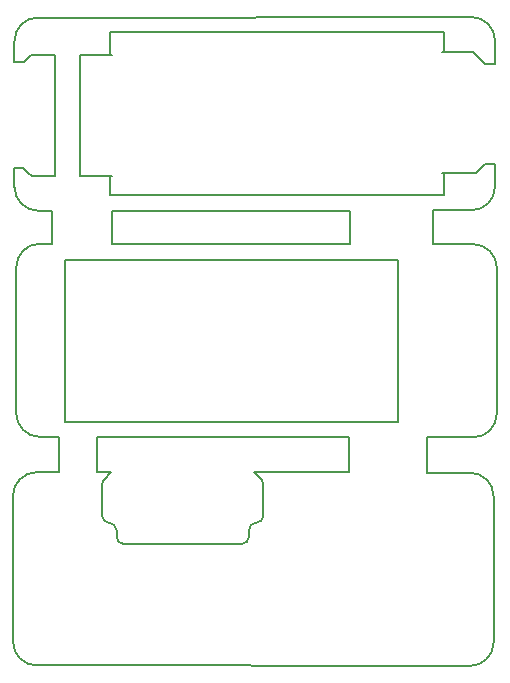
<source format=gko>
G04 Layer: BoardOutlineLayer*
G04 EasyEDA Pro v2.2.20.11, 2024-05-07 19:23:25*
G04 Gerber Generator version 0.3*
G04 Scale: 100 percent, Rotated: No, Reflected: No*
G04 Dimensions in millimeters*
G04 Leading zeros omitted, absolute positions, 3 integers and 5 decimals*
%FSLAX35Y35*%
%MOMM*%
%ADD10C,0.15001*%
G75*


G04 PolygonModel Start*
G54D10*
G01X-2117512Y-588375D02*
G03X-1917509Y-788377I200000J-3D01*
G01X-2099539Y-425963D02*
G01X-2117573Y-425963D01*
G01X-2117573Y-588266D01*
G01X-2099539Y-425963D02*
G01X-2040966Y-425963D01*
G01X-2001741Y-465187D01*
G01X-2099559Y474056D02*
G01X-2117512Y474056D01*
G01X-2001741Y-465187D02*
G01X-1971629Y-495300D01*
G01X-1981200Y533400D02*
G01X-1771276Y533400D01*
G01X-1771276Y-495300D01*
G01X-1971629Y-495300D01*
G01X1751559Y-784626D02*
G03X1951561Y-584624I3J200000D01*
G01X1951563Y651340D02*
G03X1751561Y851342I-200000J3D01*
G01X1868082Y-389288D02*
G01X1951525Y-389288D01*
G01X1868082Y457500D02*
G01X1951525Y457500D01*
G01X1951439Y651361D02*
G01X1951439Y503296D01*
G01X1951525Y-389288D02*
G01X1951525Y-584626D01*
G01X1951525Y503215D02*
G01X1951525Y457500D01*
G01X-1921634Y847560D02*
G01X1750842Y851502D01*
G01X-1292451Y533400D02*
G01X-1562100Y533400D01*
G01X-1562100Y-495300D01*
G01X-1292438Y-495300D01*
G01X-2117512Y647584D02*
G01X-2117512Y474056D01*
G01X-1917509Y847586D02*
G03X-2117512Y647584I-3J-200000D01*
G01X-2099559Y474056D02*
G01X-2040544Y474056D01*
G01X-1981200Y533400D01*
G01X-1902741Y-2703518D02*
G02X-2102744Y-2503516I-3J200000D01*
G01X-2102619Y-1415593D02*
G01X-2102619Y-2503518D01*
G01X-2102619Y-1267529D02*
G01X-2102619Y-1415593D01*
G01X-2102744Y-1267549D02*
G02X-1902741Y-1067547I200000J3D01*
G01X1766329Y-1071304D02*
G02X1966331Y-1271306I3J-200000D01*
G01X1966331Y-2507265D02*
G02X1766329Y-2707267I-200000J-3D01*
G01X1966331Y-1271306D02*
G01X1966331Y-1444834D01*
G01X1966331Y-1444834D02*
G01X1966331Y-2344852D01*
G01X1966392Y-2344852D02*
G01X1966392Y-2507156D01*
G01X1751561Y-784626D02*
G01X1422400Y-784626D01*
G01X1422400Y-1071304D01*
G01X1766329Y-1071304D01*
G01X1502560Y558153D02*
G01X1767430Y558153D01*
G01X1868082Y457500D01*
G01X1502560Y-467876D02*
G01X1789494Y-467876D01*
G01X1868082Y-389288D01*
G01X-1308100Y-653120D02*
G01X1516170Y-653120D01*
G01X1516170Y723900D02*
G01X-1308100Y723900D01*
G01X-1308100Y723900D02*
G01X-1308100Y533400D01*
G01X-1308100Y-653120D02*
G01X-1308100Y-495300D01*
G01X1516170Y723900D02*
G01X1516170Y558153D01*
G01X1516170Y-653120D02*
G01X1516170Y-467876D01*
G01X1939740Y-4441632D02*
G02X1739737Y-4641634I-200000J-3D01*
G01X1739737Y-3005671D02*
G02X1939740Y-3205673I3J-200000D01*
G01X1939740Y-3379201D02*
G01X1939740Y-4279219D01*
G01X1939740Y-3205673D02*
G01X1939740Y-3379201D01*
G01X1939801Y-4279219D02*
G01X1939801Y-4441523D01*
G01X-1197534Y-3607400D02*
G01X-188307Y-3607400D01*
G03X-134021Y-3553114I0J54287D01*
G01X-134021Y-3498581D01*
G01X1735839Y-4641677D02*
G01X-1933191Y-4637870D01*
G01X-1929333Y-4637885D02*
G02X-2129335Y-4437883I-3J200000D01*
G01X-2129211Y-3349960D02*
G01X-2129211Y-4437885D01*
G01X-1197534Y-3607400D02*
G02X-1251820Y-3553114I0J54287D01*
G01X-1251820Y-3498581D01*
G01X-1251820Y-3498581D02*
G03X-1323179Y-3427222I-71359J0D01*
G02X-1373979Y-3376422I0J50800D01*
G01X-1373979Y-3236722D01*
G01X-2129211Y-3201896D02*
G01X-2129211Y-3349960D01*
G01X-1373979Y-3097022D02*
G01X-1373979Y-3236722D01*
G01X-2129335Y-3201916D02*
G02X-1929333Y-3001914I200000J3D01*
G01X-1373979Y-3097022D02*
G02X-1361256Y-3066305I43440J0D01*
G01X-1299585Y-3004635D01*
G01X-134021Y-3498581D02*
G02X-62662Y-3427222I71359J0D01*
G03X-11862Y-3376422I0J50800D01*
G01X-11862Y-3236722D01*
G01X-11862Y-3097022D02*
G01X-11862Y-3236284D01*
G01X-11681Y-3236719D01*
G01X-11862Y-3097022D02*
G03X-24585Y-3066305I-43440J0D01*
G01X-86256Y-3004635D01*
G01X1766332Y-2707267D02*
G01X1371600Y-2707267D01*
G01X1371600Y-3005671D01*
G01X1739740Y-3005671D01*
G01X723900Y-788377D02*
G01X723900Y-1067547D01*
G01X711200Y-2703518D02*
G01X711200Y-3002942D01*
G01X-88676Y-3002942D01*
G01X-1306153Y-3001914D02*
G02X-1299585Y-3004635I0J-9288D01*
G01X-1932762Y-3000522D02*
G01X-1739900Y-3000522D01*
G01X-1739900Y-2703518D01*
G01X-1902741Y-2703518D01*
G01X711200Y-2703518D02*
G01X-1422400Y-2703518D01*
G01X-1422400Y-3004635D01*
G01X-1299585Y-3004635D01*
G01X-1917512Y-788377D02*
G01X-1803400Y-788377D01*
G01X-1803400Y-1067547D01*
G01X-1902744Y-1067547D01*
G01X723900Y-788377D02*
G01X-1295400Y-788377D01*
G01X-1295400Y-1071310D01*
G01X723900Y-1071310D01*

G04 Rect Start*
G01X-1691530Y-2580810D02*
G01X-1691530Y-1203790D01*
G01X1132740Y-1203790D01*
G01X1132740Y-2580810D01*
G01X-1691530Y-2580810D01*
G04 Rect End*

M02*


</source>
